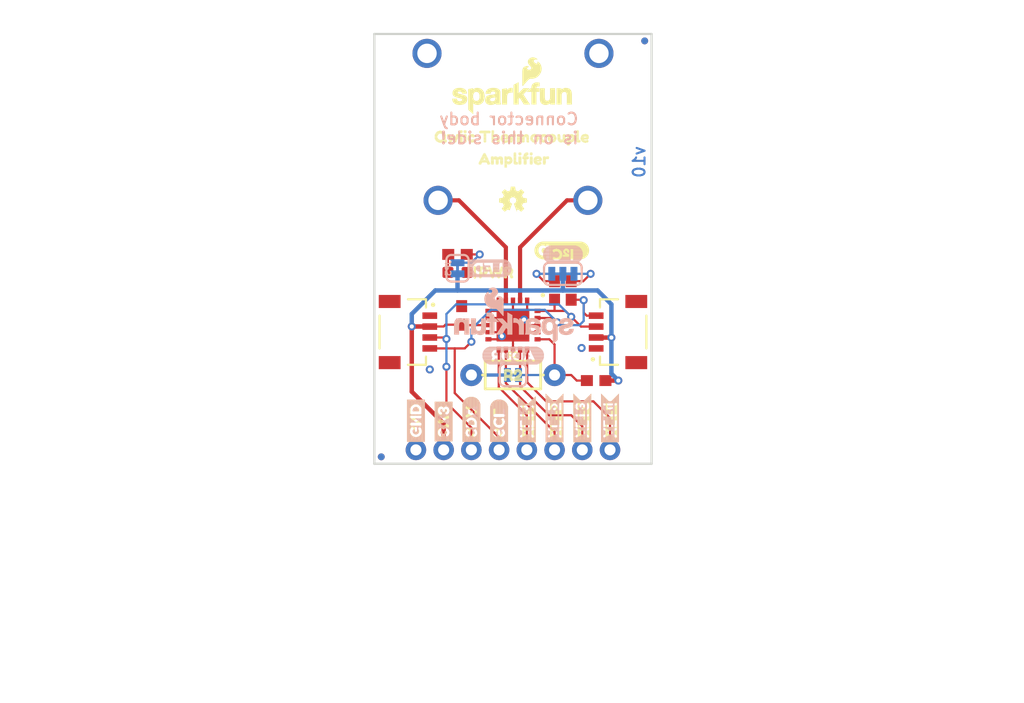
<source format=kicad_pcb>
(kicad_pcb (version 20221018) (generator pcbnew)
  (layers (0 "F.Cu" signal) (31 "B.Cu" signal) (34 "B.Paste" user) (35 "F.Paste" user) (36 "B.SilkS" user "B.Silkscreen") (37 "F.SilkS" user "F.Silkscreen") (38 "B.Mask" user) (39 "F.Mask" user) (44 "Edge.Cuts" user))
  (net 0 "")
  (net 1 "GND")
  (net 2 "3.3V")
  (net 3 "SDA")
  (net 4 "N$1")
  (net 5 "ADDR")
  (net 6 "SCL")
  (net 7 "N$2")
  (net 8 "N$3")
  (net 9 "N$4")
  (net 10 "N$5")
  (net 11 "~{ALT1}")
  (net 12 "~{ALT3}")
  (net 13 "~{ALT4}")
  (net 14 "~{ALT2}")
  (net 15 "N$6")
  (footprint "SparkFun_Qwiic_Thermocouple_Amplifier_PCC:AMPLIFIER2" (layer "F.Cu") (at 144.4371 96.7486)
    (fp_text reference "U$25" hide)
    (fp_text value "" hide)
  )
  (footprint "SparkFun_Qwiic_Thermocouple_Amplifier_PCC:FIDUCIAL-MICRO" (layer "F.Cu") (at 136.4361 124.0536)
    (fp_text reference "FD1" hide)
    (fp_text value "FIDUCIALUFIDUCIAL" hide)
    (pad "1" smd roundrect (at 0 0) (size 0.635 0.635) (layers "F.Cu" "F.Mask") (roundrect_rratio 0.5))
  )
  (footprint "SparkFun_Qwiic_Thermocouple_Amplifier_PCC:#ALT20" (layer "F.Cu") (at 152.3111 123.3551 90)
    (fp_text reference "U$18" hide)
    (fp_text value "" hide)
  )
  (footprint "SparkFun_Qwiic_Thermocouple_Amplifier_PCC:QWIIC_THERMOCOUPLE2" (layer "F.Cu") (at 140.3731 94.7166)
    (fp_text reference "U$6" hide)
    (fp_text value "" hide)
  )
  (footprint "SparkFun_Qwiic_Thermocouple_Amplifier_PCC:0603" (layer "F.Cu") (at 156.1211 117.0686)
    (fp_text reference "R3" hide)
    (fp_text value "10k" hide)
    (pad "1" smd rect (at -0.85 0) (size 1.1 1) (layers "F.Cu" "F.Paste" "F.Mask") (net 5 "ADDR"))
    (pad "2" smd rect (at 0.85 0) (size 1.1 1) (layers "F.Cu" "F.Paste" "F.Mask") (net 2 "3.3V"))
  )
  (footprint "SparkFun_Qwiic_Thermocouple_Amplifier_PCC:#ALT30" (layer "F.Cu") (at 154.8511 123.3551 90)
    (fp_text reference "U$1" hide)
    (fp_text value "" hide)
  )
  (footprint "SparkFun_Qwiic_Thermocouple_Amplifier_PCC:R21" (layer "F.Cu") (at 146.7231 116.5606)
    (fp_text reference "U$2" hide)
    (fp_text value "" hide)
  )
  (footprint "SparkFun_Qwiic_Thermocouple_Amplifier_PCC:1X04_NO_SILK" (layer "F.Cu") (at 139.6111 123.4186)
    (fp_text reference "J1" hide)
    (fp_text value "PTH" hide)
    (pad "1" thru_hole circle (at 0 0 90) (size 1.8796 1.8796) (drill 1.016) (layers "*.Cu" "*.Mask") (net 1 "GND"))
    (pad "2" thru_hole circle (at 2.54 0 90) (size 1.8796 1.8796) (drill 1.016) (layers "*.Cu" "*.Mask") (net 2 "3.3V"))
    (pad "3" thru_hole circle (at 5.08 0 90) (size 1.8796 1.8796) (drill 1.016) (layers "*.Cu" "*.Mask") (net 3 "SDA"))
    (pad "4" thru_hole circle (at 7.62 0 90) (size 1.8796 1.8796) (drill 1.016) (layers "*.Cu" "*.Mask") (net 6 "SCL"))
  )
  (footprint "SparkFun_Qwiic_Thermocouple_Amplifier_PCC:QWIIC_5MM" (layer "F.Cu") (at 152.9461 105.1306)
    (fp_text reference "LOGO3" hide)
    (fp_text value "QWIIC_LOGO_5MM" hide)
  )
  (footprint "SparkFun_Qwiic_Thermocouple_Amplifier_PCC:MQFN-20" (layer "F.Cu") (at 148.5011 111.9886 -90)
    (fp_text reference "U1" hide)
    (fp_text value "MCP9600-SMD" hide)
    (pad "1" smd rect (at -2.25 -1.3) (size 0.4 0.55) (layers "F.Cu" "F.Paste" "F.Mask") (net 1 "GND"))
    (pad "2" smd rect (at -2.25 -0.65) (size 0.4 0.55) (layers "F.Cu" "F.Paste" "F.Mask") (net 9 "N$4"))
    (pad "3" smd rect (at -2.25 0) (size 0.4 0.55) (layers "F.Cu" "F.Paste" "F.Mask") (net 1 "GND"))
    (pad "4" smd rect (at -2.25 0.65) (size 0.4 0.55) (layers "F.Cu" "F.Paste" "F.Mask") (net 10 "N$5"))
    (pad "5" smd rect (at -2.25 1.3) (size 0.4 0.55) (layers "F.Cu" "F.Paste" "F.Mask") (net 1 "GND"))
    (pad "6" smd rect (at -1.3 2.25 90) (size 0.4 0.55) (layers "F.Cu" "F.Paste" "F.Mask") (net 1 "GND"))
    (pad "7" smd rect (at -0.65 2.25 90) (size 0.4 0.55) (layers "F.Cu" "F.Paste" "F.Mask") (net 1 "GND"))
    (pad "8" smd rect (at 0 2.25 90) (size 0.4 0.55) (layers "F.Cu" "F.Paste" "F.Mask") (net 2 "3.3V"))
    (pad "9" smd rect (at 0.65 2.25 90) (size 0.4 0.55) (layers "F.Cu" "F.Paste" "F.Mask") (net 1 "GND"))
    (pad "10" smd rect (at 1.3 2.25 90) (size 0.4 0.55) (layers "F.Cu" "F.Paste" "F.Mask") (net 1 "GND"))
    (pad "11" smd rect (at 2.25 1.3 180) (size 0.4 0.55) (layers "F.Cu" "F.Paste" "F.Mask") (net 11 "~{ALT1}"))
    (pad "12" smd rect (at 2.25 0.65) (size 0.4 0.55) (layers "F.Cu" "F.Paste" "F.Mask") (net 14 "~{ALT2}"))
    (pad "13" smd rect (at 2.25 0) (size 0.4 0.55) (layers "F.Cu" "F.Paste" "F.Mask") (net 1 "GND"))
    (pad "14" smd rect (at 2.25 -0.65) (size 0.4 0.55) (layers "F.Cu" "F.Paste" "F.Mask") (net 12 "~{ALT3}"))
    (pad "15" smd rect (at 2.25 -1.3) (size 0.4 0.55) (layers "F.Cu" "F.Paste" "F.Mask") (net 13 "~{ALT4}"))
    (pad "16" smd rect (at 1.3 -2.25 270) (size 0.4 0.55) (layers "F.Cu" "F.Paste" "F.Mask") (net 5 "ADDR"))
    (pad "17" smd rect (at 0.65 -2.25 270) (size 0.4 0.55) (layers "F.Cu" "F.Paste" "F.Mask") (net 1 "GND"))
    (pad "18" smd rect (at 0 -2.25 270) (size 0.4 0.55) (layers "F.Cu" "F.Paste" "F.Mask") (net 1 "GND"))
    (pad "19" smd rect (at -0.65 -2.25 270) (size 0.4 0.55) (layers "F.Cu" "F.Paste" "F.Mask") (net 6 "SCL"))
    (pad "20" smd rect (at -1.3 -2.25 270) (size 0.4 0.55) (layers "F.Cu" "F.Paste" "F.Mask") (net 3 "SDA"))
    (pad "21" smd rect (at 0 0 270) (size 3 3) (layers "F.Cu" "F.Mask") (net 1 "GND"))
  )
  (footprint "SparkFun_Qwiic_Thermocouple_Amplifier_PCC:SDA-[)" (layer "F.Cu") (at 144.6911 123.1646 90)
    (fp_text reference "U$13" hide)
    (fp_text value "" hide)
  )
  (footprint "SparkFun_Qwiic_Thermocouple_Amplifier_PCC:#ALT10" (layer "F.Cu") (at 149.7711 123.3551 90)
    (fp_text reference "U$8" hide)
    (fp_text value "" hide)
  )
  (footprint "SparkFun_Qwiic_Thermocouple_Amplifier_PCC:JST04_1MM_RA" (layer "F.Cu") (at 140.8811 112.6236 -90)
    (fp_text reference "J3" hide)
    (fp_text value "QWIIC")
    (pad "1" smd rect (at -1.5 0 270) (size 0.6 1.35) (layers "F.Cu" "F.Paste" "F.Mask") (net 1 "GND"))
    (pad "2" smd rect (at -0.5 0 270) (size 0.6 1.35) (layers "F.Cu" "F.Paste" "F.Mask") (net 2 "3.3V"))
    (pad "3" smd rect (at 0.5 0 270) (size 0.6 1.35) (layers "F.Cu" "F.Paste" "F.Mask") (net 3 "SDA"))
    (pad "4" smd rect (at 1.5 0 270) (size 0.6 1.35) (layers "F.Cu" "F.Paste" "F.Mask") (net 6 "SCL"))
    (pad "NC1" smd rect (at 2.8 3.675 270) (size 1.2 2) (layers "F.Cu" "F.Paste" "F.Mask"))
    (pad "NC2" smd rect (at -2.8 3.675 270) (size 1.2 2) (layers "F.Cu" "F.Paste" "F.Mask"))
  )
  (footprint "SparkFun_Qwiic_Thermocouple_Amplifier_PCC:STAND-OFF" (layer "F.Cu") (at 158.6611 105.6386)
    (fp_text reference "JP8" hide)
    (fp_text value "STAND-OFF" hide)
    (pad "" np_thru_hole circle (at 0 0) (size 3.302 3.302) (drill 3.302) (layers "*.Cu" "*.Mask"))
  )
  (footprint "SparkFun_Qwiic_Thermocouple_Amplifier_PCC:0603" (layer "F.Cu") (at 153.8351 108.8136 90)
    (fp_text reference "R5" hide)
    (fp_text value "2.2k" hide)
    (pad "1" smd rect (at -0.85 0 90) (size 1.1 1) (layers "F.Cu" "F.Paste" "F.Mask") (net 6 "SCL"))
    (pad "2" smd rect (at 0.85 0 90) (size 1.1 1) (layers "F.Cu" "F.Paste" "F.Mask") (net 7 "N$2"))
  )
  (footprint "SparkFun_Qwiic_Thermocouple_Amplifier_PCC:#ALT40" (layer "F.Cu") (at 157.3911 123.3551 90)
    (fp_text reference "U$11" hide)
    (fp_text value "" hide)
  )
  (footprint "SparkFun_Qwiic_Thermocouple_Amplifier_PCC:0603" (layer "F.Cu") (at 152.3111 108.8136 90)
    (fp_text reference "R4" hide)
    (fp_text value "2.2k" hide)
    (pad "1" smd rect (at -0.85 0 90) (size 1.1 1) (layers "F.Cu" "F.Paste" "F.Mask") (net 3 "SDA"))
    (pad "2" smd rect (at 0.85 0 90) (size 1.1 1) (layers "F.Cu" "F.Paste" "F.Mask") (net 8 "N$3"))
  )
  (footprint "SparkFun_Qwiic_Thermocouple_Amplifier_PCC:JST04_1MM_RA" (layer "F.Cu") (at 156.1211 112.6236 90)
    (fp_text reference "J2" hide)
    (fp_text value "QWIIC")
    (pad "1" smd rect (at -1.5 0 90) (size 0.6 1.35) (layers "F.Cu" "F.Paste" "F.Mask") (net 1 "GND"))
    (pad "2" smd rect (at -0.5 0 90) (size 0.6 1.35) (layers "F.Cu" "F.Paste" "F.Mask") (net 2 "3.3V"))
    (pad "3" smd rect (at 0.5 0 90) (size 0.6 1.35) (layers "F.Cu" "F.Paste" "F.Mask") (net 3 "SDA"))
    (pad "4" smd rect (at 1.5 0 90) (size 0.6 1.35) (layers "F.Cu" "F.Paste" "F.Mask") (net 6 "SCL"))
    (pad "NC1" smd rect (at 2.8 3.675 90) (size 1.2 2) (layers "F.Cu" "F.Paste" "F.Mask"))
    (pad "NC2" smd rect (at -2.8 3.675 90) (size 1.2 2) (layers "F.Cu" "F.Paste" "F.Mask"))
  )
  (footprint "SparkFun_Qwiic_Thermocouple_Amplifier_PCC:0603" (layer "F.Cu") (at 143.4211 105.5116 180)
    (fp_text reference "R1" hide)
    (fp_text value "1k" hide)
    (pad "1" smd rect (at -0.85 0 180) (size 1.1 1) (layers "F.Cu" "F.Paste" "F.Mask") (net 15 "N$6"))
    (pad "2" smd rect (at 0.85 0 180) (size 1.1 1) (layers "F.Cu" "F.Paste" "F.Mask") (net 4 "N$1"))
  )
  (footprint "SparkFun_Qwiic_Thermocouple_Amplifier_PCC:PWR0" (layer "F.Cu") (at 144.4371 107.1626)
    (fp_text reference "U$15" hide)
    (fp_text value "" hide)
  )
  (footprint "SparkFun_Qwiic_Thermocouple_Amplifier_PCC:SFE_LOGO_NAME_FLAME_.1" (layer "F.Cu") (at 148.5011 91.1606)
    (fp_text reference "U$17" hide)
    (fp_text value "" hide)
  )
  (footprint "SparkFun_Qwiic_Thermocouple_Amplifier_PCC:AXIAL-0.3-KIT" (layer "F.Cu") (at 148.5011 116.5606)
    (fp_text reference "R2" (at 0 -1.524) (layer "F.SilkS") (effects (font (size 0.512064 0.512064) (thickness 0.097536)) (justify bottom)))
    (fp_text value " ")
    (pad "P$1" thru_hole circle (at -3.81 0) (size 2.032 2.032) (drill 1.016) (layers "*.Cu") (net 1 "GND"))
    (pad "P$2" thru_hole circle (at 3.81 0) (size 2.032 2.032) (drill 1.016) (layers "*.Cu") (net 5 "ADDR"))
  )
  (footprint "SparkFun_Qwiic_Thermocouple_Amplifier_PCC:3V31" (layer "F.Cu") (at 142.1511 123.1646 90)
    (fp_text reference "U$19" hide)
    (fp_text value "" hide)
  )
  (footprint "SparkFun_Qwiic_Thermocouple_Amplifier_PCC:GND-04" (layer "F.Cu") (at 139.6111 123.1646 90)
    (fp_text reference "U$10" hide)
    (fp_text value "" hide)
  )
  (footprint "SparkFun_Qwiic_Thermocouple_Amplifier_PCC:LED-0603" (layer "F.Cu") (at 143.4211 107.1626)
    (fp_text reference "D1" hide)
    (fp_text value "RED" hide)
    (pad "A" smd roundrect (at -0.877 0 270) (size 1 1) (layers "F.Cu" "F.Paste" "F.Mask") (roundrect_rratio 0.15) (net 4 "N$1"))
    (pad "C" smd roundrect (at 0.877 0 270) (size 1 1) (layers "F.Cu" "F.Paste" "F.Mask") (roundrect_rratio 0.15) (net 1 "GND"))
  )
  (footprint "SparkFun_Qwiic_Thermocouple_Amplifier_PCC:OSHW-LOGO-MINI" (layer "F.Cu") (at 148.5011 100.5586)
    (fp_text reference "LOGO1" hide)
    (fp_text value "OSHW-LOGOMINI" hide)
  )
  (footprint "SparkFun_Qwiic_Thermocouple_Amplifier_PCC:STAND-OFF" (layer "F.Cu") (at 138.3411 105.6386)
    (fp_text reference "JP9" hide)
    (fp_text value "STAND-OFF" hide)
    (pad "" np_thru_hole circle (at 0 0) (size 3.302 3.302) (drill 3.302) (layers "*.Cu" "*.Mask"))
  )
  (footprint "SparkFun_Qwiic_Thermocouple_Amplifier_PCC:CREATIVE_COMMONS" (layer "F.Cu") (at 121.8311 143.7386)
    (fp_text reference "FRAME1" hide)
    (fp_text value "FRAME-LETTER" hide)
  )
  (footprint "SparkFun_Qwiic_Thermocouple_Amplifier_PCC:0603" (layer "F.Cu") (at 143.8021 111.0996 90)
    (fp_text reference "C1" hide)
    (fp_text value "0.1uF" hide)
    (pad "1" smd rect (at -0.85 0 90) (size 1.1 1) (layers "F.Cu" "F.Paste" "F.Mask") (net 2 "3.3V"))
    (pad "2" smd rect (at 0.85 0 90) (size 1.1 1) (layers "F.Cu" "F.Paste" "F.Mask") (net 1 "GND"))
  )
  (footprint "SparkFun_Qwiic_Thermocouple_Amplifier_PCC:SCL-[)" (layer "F.Cu") (at 147.2311 123.1646 90)
    (fp_text reference "U$12" hide)
    (fp_text value "" hide)
  )
  (footprint "SparkFun_Qwiic_Thermocouple_Amplifier_PCC:FIDUCIAL-MICRO" (layer "F.Cu") (at 160.5661 85.9536)
    (fp_text reference "FD2" hide)
    (fp_text value "FIDUCIALUFIDUCIAL" hide)
    (pad "1" smd roundrect (at 0 0) (size 0.635 0.635) (layers "F.Cu" "F.Mask") (roundrect_rratio 0.5))
  )
  (footprint "SparkFun_Qwiic_Thermocouple_Amplifier_PCC:1X04_NO_SILK" (layer "F.Cu") (at 149.7711 123.4186)
    (fp_text reference "J4" hide)
    (fp_text value "")
    (pad "1" thru_hole circle (at 0 0 90) (size 1.8796 1.8796) (drill 1.016) (layers "*.Cu" "*.Mask") (net 11 "~{ALT1}"))
    (pad "2" thru_hole circle (at 2.54 0 90) (size 1.8796 1.8796) (drill 1.016) (layers "*.Cu" "*.Mask") (net 14 "~{ALT2}"))
    (pad "3" thru_hole circle (at 5.08 0 90) (size 1.8796 1.8796) (drill 1.016) (layers "*.Cu" "*.Mask") (net 12 "~{ALT3}"))
    (pad "4" thru_hole circle (at 7.62 0 90) (size 1.8796 1.8796) (drill 1.016) (layers "*.Cu" "*.Mask") (net 13 "~{ALT4}"))
  )
  (footprint "SparkFun_Qwiic_Thermocouple_Amplifier_PCC:ADDR1" (layer "B.Cu") (at 151.4221 114.7826 180)
    (fp_text reference "U$22" hide)
    (fp_text value "" hide)
  )
  (footprint "SparkFun_Qwiic_Thermocouple_Amplifier_PCC:PCC-SMP" (layer "B.Cu") (at 148.5011 100.5586)
    (fp_text reference "J5" hide)
    (fp_text value "PCB_THERMOCOUPLE" hide)
    (pad "+" thru_hole circle (at 6.858 0) (size 2.667 2.667) (drill 1.778) (layers "*.Cu" "*.Mask") (net 9 "N$4"))
    (pad "-" thru_hole circle (at -6.858 0) (size 2.667 2.667) (drill 1.778) (layers "*.Cu" "*.Mask") (net 10 "N$5"))
    (pad "CLIP1" thru_hole circle (at -7.874 -13.462) (size 2.667 2.667) (drill 1.778) (layers "*.Cu" "*.Mask"))
    (pad "CLIP2" thru_hole circle (at 7.874 -13.462) (size 2.667 2.667) (drill 1.778) (layers "*.Cu" "*.Mask"))
  )
  (footprint "SparkFun_Qwiic_Thermocouple_Amplifier_PCC:#ALT40" (layer "B.Cu") (at 157.3911 123.3551 90)
    (fp_text reference "U$7" hide)
    (fp_text value "" hide)
  )
  (footprint "SparkFun_Qwiic_Thermocouple_Amplifier_PCC:3V31" (layer "B.Cu") (at 142.1511 123.1646 90)
    (fp_text reference "U$16" hide)
    (fp_text value "" hide)
  )
  (footprint "SparkFun_Qwiic_Thermocouple_Amplifier_PCC:I_SUPER2_C-()-04" (layer "B.Cu") (at 154.9781 105.5116 180)
    (fp_text reference "U$21" hide)
    (fp_text value "" hide)
  )
  (footprint "SparkFun_Qwiic_Thermocouple_Amplifier_PCC:#ALT20" (layer "B.Cu") (at 152.3111 123.3551 90)
    (fp_text reference "U$4" hide)
    (fp_text value "" hide)
  )
  (footprint "SparkFun_Qwiic_Thermocouple_Amplifier_PCC:FIDUCIAL-MICRO" (layer "B.Cu") (at 136.4361 124.0536 180)
    (fp_text reference "FD4" hide)
    (fp_text value "FIDUCIALUFIDUCIAL" hide)
    (pad "1" smd roundrect (at 0 0 180) (size 0.635 0.635) (layers "B.Cu" "B.Mask") (roundrect_rratio 0.5))
  )
  (footprint "SparkFun_Qwiic_Thermocouple_Amplifier_PCC:SDA-[)" (layer "B.Cu") (at 144.6911 123.1646 90)
    (fp_text reference "U$14" hide)
    (fp_text value "" hide)
  )
  (footprint "SparkFun_Qwiic_Thermocouple_Amplifier_PCC:#ALT10" (layer "B.Cu") (at 149.7711 123.3551 90)
    (fp_text reference "U$3" hide)
    (fp_text value "" hide)
  )
  (footprint "SparkFun_Qwiic_Thermocouple_Amplifier_PCC:LED0" (layer "B.Cu") (at 148.5011 106.7816 180)
    (fp_text reference "U$20" hide)
    (fp_text value "" hide)
  )
  (footprint "SparkFun_Qwiic_Thermocouple_Amplifier_PCC:GND-04" (layer "B.Cu") (at 139.6111 123.1646 90)
    (fp_text reference "U$23" hide)
    (fp_text value "" hide)
  )
  (footprint "SparkFun_Qwiic_Thermocouple_Amplifier_PCC:SCL-[)" (layer "B.Cu") (at 147.2311 123.1646 90)
    (fp_text reference "U$9" hide)
    (fp_text value "" hide)
  )
  (footprint "SparkFun_Qwiic_Thermocouple_Amplifier_PCC:#ALT30" (layer "B.Cu") (at 154.8511 123.3551 90)
    (fp_text reference "U$5" hide)
    (fp_text value "" hide)
  )
  (footprint "SparkFun_Qwiic_Thermocouple_Amplifier_PCC:SMT-JUMPER_3_2-NC_TRACE_SILK" (layer "B.Cu") (at 153.0731 107.2896 180)
    (fp_text reference "JP2" hide)
    (fp_text value "I2C")
    (fp_line (start 0 0) (end -1.016 0) (stroke (width 0.254)) (layer "B.Cu"))
    (fp_line (start 0 0) (end 1.016 0) (stroke (width 0.254)) (layer "B.Cu"))
    (pad "1" smd rect (at -1.016 0 180) (size 0.635 1.27) (layers "B.Cu" "B.Mask") (net 7 "N$2"))
    (pad "2" smd rect (at 0 0 180) (size 0.635 1.27) (layers "B.Cu" "B.Mask") (net 2 "3.3V"))
    (pad "3" smd rect (at 1.016 0 180) (size 0.635 1.27) (layers "B.Cu" "B.Mask") (net 8 "N$3"))
  )
  (footprint "SparkFun_Qwiic_Thermocouple_Amplifier_PCC:FIDUCIAL-MICRO" (layer "B.Cu") (at 160.5661 85.9536 180)
    (fp_text reference "FD3" hide)
    (fp_text value "FIDUCIALUFIDUCIAL" hide)
    (pad "1" smd roundrect (at 0 0 180) (size 0.635 0.635) (layers "B.Cu" "B.Mask") (roundrect_rratio 0.5))
  )
  (footprint "SparkFun_Qwiic_Thermocouple_Amplifier_PCC:SFE_LOGO_NAME_FLAME_.1" (layer "B.Cu") (at 148.5011 112.2426 180)
    (fp_text reference "LOGO2" hide)
    (fp_text value "SFE_LOGO_NAME_FLAME.1_INCH" hide)
  )
  (footprint "SparkFun_Qwiic_Thermocouple_Amplifier_PCC:SMT-JUMPER_2_NC_TRACE_SILK" (layer "B.Cu") (at 143.4211 106.7816 -90)
    (fp_text reference "JP3" (at 0 1.143 -270) (layer "B.SilkS") (effects (font (size 0.512064 0.512064) (thickness 0.097536)) (justify top mirror)))
    (fp_text value "")
    (fp_line (start -0.508 0) (end 0.508 0) (stroke (width 0.254)) (layer "B.Cu"))
    (pad "1" smd rect (at -0.508 0 270) (size 0.635 1.27) (layers "B.Cu" "B.Mask") (net 15 "N$6"))
    (pad "2" smd rect (at 0.508 0 270) (size 0.635 1.27) (layers "B.Cu" "B.Mask") (net 2 "3.3V"))
  )
  (footprint "SparkFun_Qwiic_Thermocouple_Amplifier_PCC:SMT-JUMPER_2_NC_TRACE_SILK" (layer "B.Cu") (at 148.5011 116.5606 180)
    (fp_text reference "JP1" hide)
    (fp_text value "")
    (fp_line (start -0.508 0) (end 0.508 0) (stroke (width 0.254)) (layer "B.Cu"))
    (pad "1" smd rect (at -0.508 0 180) (size 0.635 1.27) (layers "B.Cu" "B.Mask") (net 5 "ADDR"))
    (pad "2" smd rect (at 0.508 0 180) (size 0.635 1.27) (layers "B.Cu" "B.Mask") (net 1 "GND"))
  )
  (gr_line (start 135.8011 85.3186) (end 161.2011 85.3186) (stroke (width 0.2032)) (layer "Edge.Cuts"))
  (gr_line (start 135.8011 124.6886) (end 135.8011 85.3186) (stroke (width 0.2032)) (layer "Edge.Cuts"))
  (gr_line (start 161.2011 124.6886) (end 135.8011 124.6886) (stroke (width 0.2032)) (layer "Edge.Cuts"))
  (gr_line (start 161.2011 85.3186) (end 161.2011 124.6886) (stroke (width 0.2032)) (layer "Edge.Cuts"))
  (gr_text "v10" (at 160.6931 95.4786 -270) (layer "B.Cu") (effects (font (size 1.0795 1.0795) (thickness 0.1905)) (justify left bottom mirror)))
  (gr_text "Connector body\nis on this side!" (at 154.5971 95.4786) (layer "B.SilkS") (effects (font (size 1.0795 1.0795) (thickness 0.1905)) (justify left bottom mirror)))
  (segment (start 147.2011 111.9886) (end 148.5011 111.9886) (width 0.2032) (layer "F.Cu") (net 1))
  (segment (start 146.2511 111.3386) (end 148.5011 111.3386) (width 0.2032) (layer "F.Cu") (net 1))
  (segment (start 148.5011 114.2386) (end 148.5011 111.9886) (width 0.2032) (layer "F.Cu") (net 1))
  (segment (start 148.5011 111.3386) (end 148.5011 111.9886) (width 0.2032) (layer "F.Cu") (net 1))
  (segment (start 148.5011 112.6386) (end 148.5011 111.9886) (width 0.2032) (layer "F.Cu") (net 1))
  (segment (start 146.2511 113.2886) (end 148.5011 113.2886) (width 0.2032) (layer "F.Cu") (net 1))
  (segment (start 148.5011 109.7386) (end 148.5011 111.9886) (width 0.2032) (layer "F.Cu") (net 1))
  (segment (start 146.2511 110.6886) (end 148.5011 110.6886) (width 0.2032) (layer "F.Cu") (net 1))
  (segment (start 146.2511 112.6386) (end 148.5011 112.6386) (width 0.2032) (layer "F.Cu") (net 1))
  (segment (start 149.8011 109.7386) (end 149.8011 111.9886) (width 0.2032) (layer "F.Cu") (net 1))
  (segment (start 148.5011 110.6886) (end 148.5011 111.9886) (width 0.2032) (layer "F.Cu") (net 1))
  (segment (start 150.7511 111.9886) (end 148.5011 111.9886) (width 0.2032) (layer "F.Cu") (net 1))
  (segment (start 149.8011 111.9886) (end 148.5011 111.9886) (width 0.2032) (layer "F.Cu") (net 1))
  (segment (start 147.2011 109.7386) (end 147.2011 111.9886) (width 0.2032) (layer "F.Cu") (net 1))
  (segment (start 148.5011 113.2886) (end 148.5011 111.9886) (width 0.2032) (layer "F.Cu") (net 1))
  (segment (start 150.7511 112.6386) (end 148.5011 112.6386) (width 0.2032) (layer "F.Cu") (net 1))
  (via (at 140.8811 116.0526) (size 0.7366) (drill 0.381) (layers "F.Cu" "B.Cu") (net 1))
  (via (at 147.4851 113.0046) (size 0.7366) (drill 0.381) (layers "F.Cu" "B.Cu") (net 1))
  (via (at 154.7876 114.0841) (size 0.7366) (drill 0.381) (layers "F.Cu" "B.Cu") (net 1))
  (via (at 149.5171 111.4806) (size 0.7366) (drill 0.381) (layers "F.Cu" "B.Cu") (net 1))
  (segment (start 147.9931 116.5606) (end 144.6911 116.5606) (width 0.3048) (layer "B.Cu") (net 1))
  (segment (start 156.1211 113.1236) (end 156.1291 113.1316) (width 0.4064) (layer "F.Cu") (net 2))
  (segment (start 139.2301 118.0846) (end 142.1511 121.0056) (width 0.4064) (layer "F.Cu") (net 2))
  (segment (start 140.8811 112.1236) (end 140.8731 112.1156) (width 0.4064) (layer "F.Cu") (net 2))
  (segment (start 143.8021 111.9496) (end 142.3171 111.9496) (width 0.2032) (layer "F.Cu") (net 2))
  (segment (start 140.8731 112.1156) (end 139.2301 112.1156) (width 0.4064) (layer "F.Cu") (net 2))
  (segment (start 142.1511 112.1156) (end 140.8891 112.1156) (width 0.2032) (layer "F.Cu") (net 2))
  (segment (start 146.2511 111.9886) (end 143.8411 111.9886) (width 0.2032) (layer "F.Cu") (net 2))
  (segment (start 142.3171 111.9496) (end 142.1511 112.1156) (width 0.2032) (layer "F.Cu") (net 2))
  (segment (start 156.9711 117.0686) (end 158.1531 117.0686) (width 0.4064) (layer "F.Cu") (net 2))
  (segment (start 139.2301 118.0846) (end 139.2301 112.1156) (width 0.4064) (layer "F.Cu") (net 2))
  (segment (start 140.8891 112.1156) (end 140.8811 112.1236) (width 0.2032) (layer "F.Cu") (net 2))
  (segment (start 142.1511 121.0056) (end 142.1511 123.4186) (width 0.4064) (layer "F.Cu") (net 2))
  (segment (start 156.1291 113.1316) (end 157.5181 113.1316) (width 0.4064) (layer "F.Cu") (net 2))
  (segment (start 143.8411 111.9886) (end 143.8021 111.9496) (width 0.2032) (layer "F.Cu") (net 2))
  (via (at 158.1531 117.0686) (size 0.7366) (drill 0.381) (layers "F.Cu" "B.Cu") (net 2))
  (via (at 139.2301 112.1156) (size 0.7366) (drill 0.381) (layers "F.Cu" "B.Cu") (net 2))
  (via (at 157.5181 113.1316) (size 0.7366) (drill 0.381) (layers "F.Cu" "B.Cu") (net 2))
  (segment (start 157.5181 116.4336) (end 158.1531 117.0686) (width 0.4064) (layer "B.Cu") (net 2))
  (segment (start 143.4211 107.2896) (end 143.4211 108.8136) (width 0.4064) (layer "B.Cu") (net 2))
  (segment (start 139.2301 110.9726) (end 141.3891 108.8136) (width 0.4064) (layer "B.Cu") (net 2))
  (segment (start 157.5181 110.0836) (end 157.5181 113.1316) (width 0.4064) (layer "B.Cu") (net 2))
  (segment (start 156.2481 108.8136) (end 157.5181 110.0836) (width 0.4064) (layer "B.Cu") (net 2))
  (segment (start 143.4211 108.8136) (end 153.0731 108.8136) (width 0.4064) (layer "B.Cu") (net 2))
  (segment (start 153.0731 108.8136) (end 156.2481 108.8136) (width 0.4064) (layer "B.Cu") (net 2))
  (segment (start 141.3891 108.8136) (end 143.4211 108.8136) (width 0.4064) (layer "B.Cu") (net 2))
  (segment (start 153.0731 107.2896) (end 153.0731 108.8136) (width 0.4064) (layer "B.Cu") (net 2))
  (segment (start 157.5181 113.1316) (end 157.5181 116.4336) (width 0.4064) (layer "B.Cu") (net 2))
  (segment (start 139.2301 112.1156) (end 139.2301 110.9726) (width 0.4064) (layer "B.Cu") (net 2))
  (segment (start 153.8351 111.2266) (end 154.7321 112.1236) (width 0.2032) (layer "F.Cu") (net 3))
  (segment (start 144.6911 121.3866) (end 142.4051 119.1006) (width 0.2032) (layer "F.Cu") (net 3))
  (segment (start 152.3111 109.6636) (end 152.3111 110.6886) (width 0.2032) (layer "F.Cu") (net 3))
  (segment (start 154.7321 112.1236) (end 156.1211 112.1236) (width 0.2032) (layer "F.Cu") (net 3))
  (segment (start 152.3111 110.6886) (end 153.2971 110.6886) (width 0.2032) (layer "F.Cu") (net 3))
  (segment (start 144.6911 123.4186) (end 144.6911 121.3866) (width 0.2032) (layer "F.Cu") (net 3))
  (segment (start 142.4051 113.2586) (end 142.4051 113.1236) (width 0.2032) (layer "F.Cu") (net 3))
  (segment (start 153.2971 110.6886) (end 153.8351 111.2266) (width 0.2032) (layer "F.Cu") (net 3))
  (segment (start 142.4051 119.1006) (end 142.4051 115.7986) (width 0.2032) (layer "F.Cu") (net 3))
  (segment (start 150.7511 110.6886) (end 152.3111 110.6886) (width 0.2032) (layer "F.Cu") (net 3))
  (segment (start 142.4051 113.1236) (end 140.8811 113.1236) (width 0.2032) (layer "F.Cu") (net 3))
  (via (at 142.4051 115.7986) (size 0.7366) (drill 0.381) (layers "F.Cu" "B.Cu") (net 3))
  (via (at 153.8351 111.2266) (size 0.7366) (drill 0.381) (layers "F.Cu" "B.Cu") (net 3))
  (via (at 142.4051 113.2586) (size 0.7366) (drill 0.381) (layers "F.Cu" "B.Cu") (net 3))
  (segment (start 142.4051 110.9726) (end 142.4051 113.2586) (width 0.2032) (layer "B.Cu") (net 3))
  (segment (start 152.6921 110.0836) (end 143.2941 110.0836) (width 0.2032) (layer "B.Cu") (net 3))
  (segment (start 142.4051 115.7986) (end 142.4051 113.2586) (width 0.2032) (layer "B.Cu") (net 3))
  (segment (start 143.2941 110.0836) (end 142.4051 110.9726) (width 0.2032) (layer "B.Cu") (net 3))
  (segment (start 153.8351 111.2266) (end 152.6921 110.0836) (width 0.2032) (layer "B.Cu") (net 3))
  (segment (start 142.5441 105.5386) (end 142.5441 107.1626) (width 0.2032) (layer "F.Cu") (net 4))
  (segment (start 142.5711 105.5116) (end 142.5441 105.5386) (width 0.2032) (layer "F.Cu") (net 4))
  (segment (start 153.8351 116.5606) (end 152.3111 116.5606) (width 0.2032) (layer "F.Cu") (net 5))
  (segment (start 150.7511 113.2886) (end 151.8331 113.2886) (width 0.2032) (layer "F.Cu") (net 5))
  (segment (start 151.8331 113.2886) (end 152.3111 113.7666) (width 0.2032) (layer "F.Cu") (net 5))
  (segment (start 154.3431 117.0686) (end 153.8351 116.5606) (width 0.2032) (layer "F.Cu") (net 5))
  (segment (start 152.3111 113.7666) (end 152.3111 116.5606) (width 0.2032) (layer "F.Cu") (net 5))
  (segment (start 155.2711 117.0686) (end 154.3431 117.0686) (width 0.2032) (layer "F.Cu") (net 5))
  (segment (start 149.0091 116.5606) (end 152.3111 116.5606) (width 0.2032) (layer "B.Cu") (net 5))
  (segment (start 153.8351 109.6636) (end 154.9781 109.6636) (width 0.2032) (layer "F.Cu") (net 6))
  (segment (start 152.1691 111.3386) (end 152.5651 111.7346) (width 0.2032) (layer "F.Cu") (net 6))
  (segment (start 154.9781 109.7026) (end 154.9781 110.8456) (width 0.2032) (layer "F.Cu") (net 6))
  (segment (start 155.2561 111.1236) (end 156.1211 111.1236) (width 0.2032) (layer "F.Cu") (net 6))
  (segment (start 144.6911 113.5126) (end 144.0801 114.1236) (width 0.2032) (layer "F.Cu") (net 6))
  (segment (start 154.9781 110.8456) (end 155.2561 111.1236) (width 0.2032) (layer "F.Cu") (net 6))
  (segment (start 140.8811 114.1236) (end 143.1671 114.1236) (width 0.2032) (layer "F.Cu") (net 6))
  (segment (start 144.0801 114.1236) (end 143.1671 114.1236) (width 0.2032) (layer "F.Cu") (net 6))
  (segment (start 143.1671 118.2116) (end 147.2311 122.2756) (width 0.2032) (layer "F.Cu") (net 6))
  (segment (start 150.7511 111.3386) (end 152.1691 111.3386) (width 0.2032) (layer "F.Cu") (net 6))
  (segment (start 154.9781 109.6636) (end 154.9781 109.7026) (width 0.2032) (layer "F.Cu") (net 6))
  (segment (start 143.1671 114.1236) (end 143.1671 118.2116) (width 0.2032) (layer "F.Cu") (net 6))
  (segment (start 147.2311 122.2756) (end 147.2311 123.4186) (width 0.2032) (layer "F.Cu") (net 6))
  (via (at 152.5651 111.7346) (size 0.7366) (drill 0.381) (layers "F.Cu" "B.Cu") (net 6))
  (via (at 144.6911 113.5126) (size 0.7366) (drill 0.381) (layers "F.Cu" "B.Cu") (net 6))
  (via (at 154.9781 109.7026) (size 0.7366) (drill 0.381) (layers "F.Cu" "B.Cu") (net 6))
  (segment (start 154.5971 111.9886) (end 154.9781 111.6076) (width 0.2032) (layer "B.Cu") (net 6))
  (segment (start 154.9781 111.6076) (end 154.9781 109.7026) (width 0.2032) (layer "B.Cu") (net 6))
  (segment (start 144.6911 112.3696) (end 144.6911 113.5126) (width 0.2032) (layer "B.Cu") (net 6))
  (segment (start 152.5651 111.7346) (end 151.4221 110.5916) (width 0.2032) (layer "B.Cu") (net 6))
  (segment (start 146.4691 110.5916) (end 144.6911 112.3696) (width 0.2032) (layer "B.Cu") (net 6))
  (segment (start 152.5651 111.7346) (end 152.8191 111.9886) (width 0.2032) (layer "B.Cu") (net 6))
  (segment (start 154.5971 111.9886) (end 152.8191 111.9886) (width 0.2032) (layer "B.Cu") (net 6))
  (segment (start 151.4221 110.5916) (end 146.4691 110.5916) (width 0.2032) (layer "B.Cu") (net 6))
  (segment (start 153.8351 107.9636) (end 154.9391 107.9636) (width 0.2032) (layer "F.Cu") (net 7))
  (segment (start 154.9391 107.9636) (end 155.6131 107.2896) (width 0.2032) (layer "F.Cu") (net 7))
  (via (at 155.6131 107.2896) (size 0.7366) (drill 0.381) (layers "F.Cu" "B.Cu") (net 7))
  (segment (start 154.0891 107.2896) (end 155.6131 107.2896) (width 0.2032) (layer "B.Cu") (net 7))
  (segment (start 151.3341 107.9636) (end 150.6601 107.2896) (width 0.2032) (layer "F.Cu") (net 8))
  (segment (start 152.3111 107.9636) (end 151.3341 107.9636) (width 0.2032) (layer "F.Cu") (net 8))
  (via (at 150.6601 107.2896) (size 0.7366) (drill 0.381) (layers "F.Cu" "B.Cu") (net 8))
  (segment (start 152.0571 107.2896) (end 150.6601 107.2896) (width 0.2032) (layer "B.Cu") (net 8))
  (segment (start 155.3591 100.5586) (end 153.4541 100.5586) (width 0.381) (layer "F.Cu") (net 9))
  (segment (start 153.4541 100.5586) (end 149.1511 104.8616) (width 0.381) (layer "F.Cu") (net 9))
  (segment (start 149.1511 109.7386) (end 149.1511 104.8616) (width 0.381) (layer "F.Cu") (net 9))
  (segment (start 147.8511 109.7386) (end 147.8511 104.8616) (width 0.381) (layer "F.Cu") (net 10))
  (segment (start 141.6431 100.5586) (end 143.5481 100.5586) (width 0.381) (layer "F.Cu") (net 10))
  (segment (start 147.8511 104.8616) (end 143.5481 100.5586) (width 0.381) (layer "F.Cu") (net 10))
  (segment (start 149.7711 120.2436) (end 147.2011 117.6736) (width 0.2032) (layer "F.Cu") (net 11))
  (segment (start 149.7711 120.2436) (end 149.7711 123.4186) (width 0.2032) (layer "F.Cu") (net 11))
  (segment (start 147.2011 117.6736) (end 147.2011 114.2386) (width 0.2032) (layer "F.Cu") (net 11))
  (segment (start 153.8351 120.2436) (end 154.8511 121.2596) (width 0.2032) (layer "F.Cu") (net 12))
  (segment (start 151.8031 120.2436) (end 153.8351 120.2436) (width 0.2032) (layer "F.Cu") (net 12))
  (segment (start 154.8511 121.2596) (end 154.8511 123.4186) (width 0.2032) (layer "F.Cu") (net 12))
  (segment (start 149.1511 117.5916) (end 151.8031 120.2436) (width 0.2032) (layer "F.Cu") (net 12))
  (segment (start 149.1511 114.2386) (end 149.1511 117.5916) (width 0.2032) (layer "F.Cu") (net 12))
  (segment (start 149.8011 114.2386) (end 149.8011 117.2256) (width 0.2032) (layer "F.Cu") (net 13))
  (segment (start 155.8671 118.9736) (end 157.3911 120.4976) (width 0.2032) (layer "F.Cu") (net 13))
  (segment (start 149.8011 117.2256) (end 151.5491 118.9736) (width 0.2032) (layer "F.Cu") (net 13))
  (segment (start 157.3911 120.4976) (end 157.3911 123.4186) (width 0.2032) (layer "F.Cu") (net 13))
  (segment (start 151.5491 118.9736) (end 155.8671 118.9736) (width 0.2032) (layer "F.Cu") (net 13))
  (segment (start 147.8511 117.3076) (end 151.4221 120.8786) (width 0.2032) (layer "F.Cu") (net 14))
  (segment (start 147.8511 114.2386) (end 147.8511 117.3076) (width 0.2032) (layer "F.Cu") (net 14))
  (segment (start 151.4221 120.8786) (end 152.3111 121.7676) (width 0.2032) (layer "F.Cu") (net 14))
  (segment (start 152.3111 121.7676) (end 152.3111 123.4186) (width 0.2032) (layer "F.Cu") (net 14))
  (segment (start 144.2711 105.5116) (end 145.4531 105.5116) (width 0.2032) (layer "F.Cu") (net 15))
  (via (at 145.4531 105.5116) (size 0.7366) (drill 0.381) (layers "F.Cu" "B.Cu") (net 15))
  (segment (start 144.6911 106.2736) (end 145.4531 105.5116) (width 0.2032) (layer "B.Cu") (net 15))
  (segment (start 143.4211 106.2736) (end 144.6911 106.2736) (width 0.2032) (layer "B.Cu") (net 15))
)
</source>
